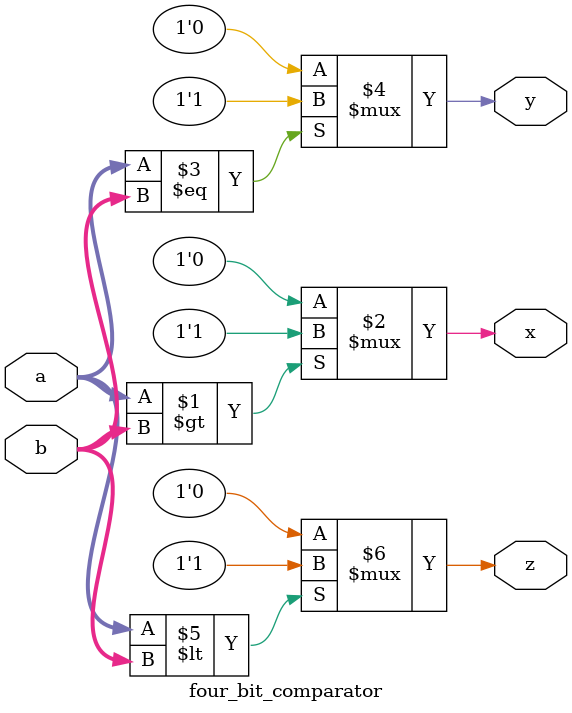
<source format=v>
`timescale 1ns / 1ps


module four_bit_comparator(a, b, x, y, z);
    input [3:0] a;
    input [3:0] b;
    output x, y, z;
     
     wire x, y, z;
     
     assign x = (a > b) ? 1'b1 : 1'b0;
     assign y = (a == b) ? 1'b1 : 1'b0;
     assign z = (a < b) ? 1'b1 : 1'b0;
     
endmodule

</source>
